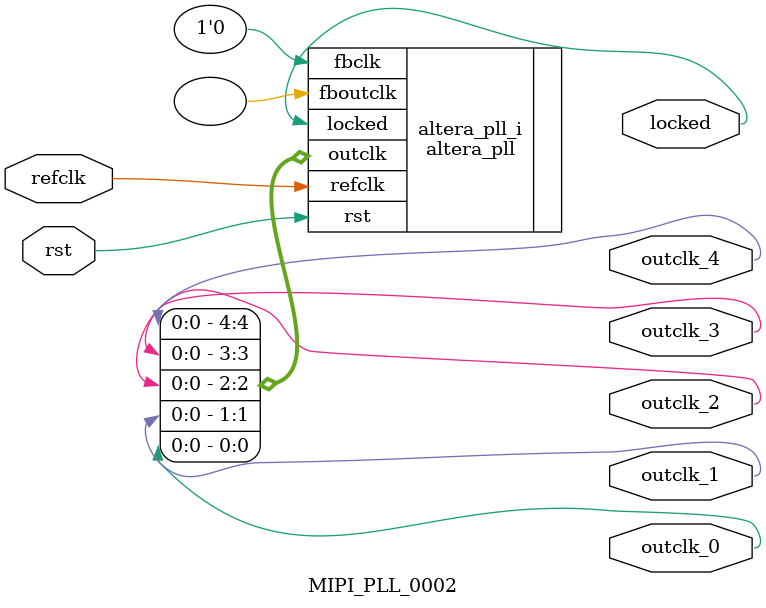
<source format=v>
`timescale 1ns/10ps
module  MIPI_PLL_0002(

	// interface 'refclk'
	input wire refclk,

	// interface 'reset'
	input wire rst,

	// interface 'outclk0'
	output wire outclk_0,

	// interface 'outclk1'
	output wire outclk_1,

	// interface 'outclk2'
	output wire outclk_2,

	// interface 'outclk3'
	output wire outclk_3,

	// interface 'outclk4'
	output wire outclk_4,

	// interface 'locked'
	output wire locked
);

	altera_pll #(
		.fractional_vco_multiplier("false"),
		.reference_clock_frequency("50.0 MHz"),
		.operation_mode("direct"),
		.number_of_clocks(5),
		.output_clock_frequency0("20.000000 MHz"),
		.phase_shift0("0 ps"),
		.duty_cycle0(50),
		.output_clock_frequency1("33.333333 MHz"),
		.phase_shift1("0 ps"),
		.duty_cycle1(50),
		.output_clock_frequency2("100.000000 MHz"),
		.phase_shift2("0 ps"),
		.duty_cycle2(50),
		.output_clock_frequency3("100.000000 MHz"),
		.phase_shift3("7500 ps"),
		.duty_cycle3(50),
		.output_clock_frequency4("400.000000 MHz"),
		.phase_shift4("0 ps"),
		.duty_cycle4(50),
		.output_clock_frequency5("0 MHz"),
		.phase_shift5("0 ps"),
		.duty_cycle5(50),
		.output_clock_frequency6("0 MHz"),
		.phase_shift6("0 ps"),
		.duty_cycle6(50),
		.output_clock_frequency7("0 MHz"),
		.phase_shift7("0 ps"),
		.duty_cycle7(50),
		.output_clock_frequency8("0 MHz"),
		.phase_shift8("0 ps"),
		.duty_cycle8(50),
		.output_clock_frequency9("0 MHz"),
		.phase_shift9("0 ps"),
		.duty_cycle9(50),
		.output_clock_frequency10("0 MHz"),
		.phase_shift10("0 ps"),
		.duty_cycle10(50),
		.output_clock_frequency11("0 MHz"),
		.phase_shift11("0 ps"),
		.duty_cycle11(50),
		.output_clock_frequency12("0 MHz"),
		.phase_shift12("0 ps"),
		.duty_cycle12(50),
		.output_clock_frequency13("0 MHz"),
		.phase_shift13("0 ps"),
		.duty_cycle13(50),
		.output_clock_frequency14("0 MHz"),
		.phase_shift14("0 ps"),
		.duty_cycle14(50),
		.output_clock_frequency15("0 MHz"),
		.phase_shift15("0 ps"),
		.duty_cycle15(50),
		.output_clock_frequency16("0 MHz"),
		.phase_shift16("0 ps"),
		.duty_cycle16(50),
		.output_clock_frequency17("0 MHz"),
		.phase_shift17("0 ps"),
		.duty_cycle17(50),
		.pll_type("General"),
		.pll_subtype("General")
	) altera_pll_i (
		.rst	(rst),
		.outclk	({outclk_4, outclk_3, outclk_2, outclk_1, outclk_0}),
		.locked	(locked),
		.fboutclk	( ),
		.fbclk	(1'b0),
		.refclk	(refclk)
	);
endmodule


</source>
